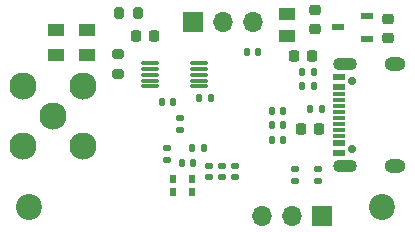
<source format=gbr>
%TF.GenerationSoftware,KiCad,Pcbnew,8.0.0*%
%TF.CreationDate,2024-03-05T20:17:21-06:00*%
%TF.ProjectId,rigel-a-hw,72696765-6c2d-4612-9d68-772e6b696361,rev?*%
%TF.SameCoordinates,Original*%
%TF.FileFunction,Soldermask,Bot*%
%TF.FilePolarity,Negative*%
%FSLAX46Y46*%
G04 Gerber Fmt 4.6, Leading zero omitted, Abs format (unit mm)*
G04 Created by KiCad (PCBNEW 8.0.0) date 2024-03-05 20:17:21*
%MOMM*%
%LPD*%
G01*
G04 APERTURE LIST*
G04 Aperture macros list*
%AMRoundRect*
0 Rectangle with rounded corners*
0 $1 Rounding radius*
0 $2 $3 $4 $5 $6 $7 $8 $9 X,Y pos of 4 corners*
0 Add a 4 corners polygon primitive as box body*
4,1,4,$2,$3,$4,$5,$6,$7,$8,$9,$2,$3,0*
0 Add four circle primitives for the rounded corners*
1,1,$1+$1,$2,$3*
1,1,$1+$1,$4,$5*
1,1,$1+$1,$6,$7*
1,1,$1+$1,$8,$9*
0 Add four rect primitives between the rounded corners*
20,1,$1+$1,$2,$3,$4,$5,0*
20,1,$1+$1,$4,$5,$6,$7,0*
20,1,$1+$1,$6,$7,$8,$9,0*
20,1,$1+$1,$8,$9,$2,$3,0*%
G04 Aperture macros list end*
%ADD10C,2.200000*%
%ADD11RoundRect,0.140000X0.140000X0.170000X-0.140000X0.170000X-0.140000X-0.170000X0.140000X-0.170000X0*%
%ADD12C,2.300000*%
%ADD13RoundRect,0.225000X0.250000X-0.225000X0.250000X0.225000X-0.250000X0.225000X-0.250000X-0.225000X0*%
%ADD14R,1.700000X1.700000*%
%ADD15O,1.700000X1.700000*%
%ADD16RoundRect,0.140000X-0.140000X-0.170000X0.140000X-0.170000X0.140000X0.170000X-0.140000X0.170000X0*%
%ADD17C,0.700025*%
%ADD18R,1.100000X0.550013*%
%ADD19R,1.100000X0.300000*%
%ADD20O,1.800000X1.200000*%
%ADD21O,2.000000X1.100000*%
%ADD22O,1.620015X0.280010*%
%ADD23RoundRect,0.135000X0.185000X-0.135000X0.185000X0.135000X-0.185000X0.135000X-0.185000X-0.135000X0*%
%ADD24RoundRect,0.225000X0.225000X0.250000X-0.225000X0.250000X-0.225000X-0.250000X0.225000X-0.250000X0*%
%ADD25R,0.600000X0.750013*%
%ADD26RoundRect,0.140000X-0.170000X0.140000X-0.170000X-0.140000X0.170000X-0.140000X0.170000X0.140000X0*%
%ADD27R,1.399543X1.000000*%
%ADD28R,1.377013X1.132537*%
%ADD29R,1.070003X0.600000*%
%ADD30RoundRect,0.200000X0.275000X-0.200000X0.275000X0.200000X-0.275000X0.200000X-0.275000X-0.200000X0*%
%ADD31RoundRect,0.200000X0.200000X0.275000X-0.200000X0.275000X-0.200000X-0.275000X0.200000X-0.275000X0*%
G04 APERTURE END LIST*
D10*
%TO.C,H2*%
X102500000Y-117500000D03*
%TD*%
%TO.C,H1*%
X132400000Y-117500000D03*
%TD*%
D11*
%TO.C,C12*%
X121880000Y-104400000D03*
X120920000Y-104400000D03*
%TD*%
D12*
%TO.C,U6*%
X102019990Y-107300000D03*
X102019990Y-112380010D03*
X107100000Y-112380010D03*
X107100000Y-107300000D03*
X104559995Y-109840005D03*
%TD*%
D13*
%TO.C,C15*%
X132900000Y-103175000D03*
X132900000Y-101625000D03*
%TD*%
D14*
%TO.C,J3*%
X116375000Y-101825000D03*
D15*
X118915000Y-101825000D03*
X121455000Y-101825000D03*
%TD*%
D16*
%TO.C,C17*%
X115420000Y-113800000D03*
X116380000Y-113800000D03*
%TD*%
D17*
%TO.C,U4*%
X129800000Y-106819964D03*
X129800000Y-112600000D03*
D18*
X128729896Y-106509830D03*
X128729896Y-107309931D03*
D19*
X128729896Y-107959919D03*
X128729896Y-108460046D03*
X128729896Y-108959919D03*
X128729896Y-109459791D03*
X128729896Y-109959919D03*
X128729896Y-110459791D03*
X128729896Y-110959919D03*
X128729896Y-111460046D03*
D18*
X128729896Y-112110033D03*
X128729896Y-112909880D03*
D20*
X133479960Y-105384861D03*
D21*
X129279807Y-105384861D03*
D20*
X133479960Y-114034849D03*
D21*
X129279807Y-114034849D03*
%TD*%
D16*
%TO.C,C3*%
X123040000Y-109400000D03*
X124000000Y-109400000D03*
%TD*%
D22*
%TO.C,U3*%
X112690018Y-107300000D03*
X112690018Y-106799873D03*
X112690018Y-106300000D03*
X112690018Y-105799873D03*
X112690018Y-105300000D03*
X116909982Y-105300000D03*
X116909982Y-105799873D03*
X116909982Y-106300000D03*
X116909982Y-106799873D03*
X116909982Y-107300000D03*
%TD*%
D23*
%TO.C,R1*%
X126990000Y-115320000D03*
X126990000Y-114300000D03*
%TD*%
D24*
%TO.C,C9*%
X113075000Y-103000000D03*
X111525000Y-103000000D03*
%TD*%
D23*
%TO.C,R2*%
X125000000Y-115320000D03*
X125000000Y-114300000D03*
%TD*%
D16*
%TO.C,C19*%
X125620000Y-107300000D03*
X126580000Y-107300000D03*
%TD*%
D25*
%TO.C,U5*%
X116324994Y-116265024D03*
X114675006Y-116265024D03*
X114675006Y-115134976D03*
X116324994Y-115134976D03*
%TD*%
D26*
%TO.C,C7*%
X118800000Y-114020000D03*
X118800000Y-114980000D03*
%TD*%
D27*
%TO.C,LED1*%
X104800000Y-104650292D03*
X104800000Y-102549708D03*
%TD*%
D16*
%TO.C,C18*%
X116320000Y-112500000D03*
X117280000Y-112500000D03*
%TD*%
D26*
%TO.C,C4*%
X117700000Y-114020000D03*
X117700000Y-114980000D03*
%TD*%
D11*
%TO.C,C10*%
X117880000Y-108300000D03*
X116920000Y-108300000D03*
%TD*%
%TO.C,C6*%
X123980000Y-111800000D03*
X123020000Y-111800000D03*
%TD*%
D16*
%TO.C,C11*%
X125620000Y-106100000D03*
X126580000Y-106100000D03*
%TD*%
D28*
%TO.C,L1*%
X124300000Y-101133782D03*
X124300000Y-103066218D03*
%TD*%
D16*
%TO.C,C8*%
X126320000Y-109200000D03*
X127280000Y-109200000D03*
%TD*%
D29*
%TO.C,U2*%
X131135077Y-101350038D03*
X131135077Y-103249962D03*
X128664923Y-102300000D03*
%TD*%
D13*
%TO.C,C14*%
X126700000Y-102400000D03*
X126700000Y-100850000D03*
%TD*%
D24*
%TO.C,C16*%
X126475000Y-104700000D03*
X124925000Y-104700000D03*
%TD*%
D23*
%TO.C,R3*%
X115300000Y-111010000D03*
X115300000Y-109990000D03*
%TD*%
D27*
%TO.C,LED2*%
X107400000Y-104650292D03*
X107400000Y-102549708D03*
%TD*%
D23*
%TO.C,R4*%
X114200000Y-113510000D03*
X114200000Y-112490000D03*
%TD*%
D24*
%TO.C,C1*%
X127075000Y-110900000D03*
X125525000Y-110900000D03*
%TD*%
D11*
%TO.C,C5*%
X123980000Y-110600000D03*
X123020000Y-110600000D03*
%TD*%
D30*
%TO.C,R5*%
X110000000Y-106225000D03*
X110000000Y-104575000D03*
%TD*%
D11*
%TO.C,C13*%
X114680000Y-108600000D03*
X113720000Y-108600000D03*
%TD*%
D14*
%TO.C,J1*%
X127280000Y-118300000D03*
D15*
X124740000Y-118300000D03*
X122200000Y-118300000D03*
%TD*%
D31*
%TO.C,R6*%
X111725000Y-101100000D03*
X110075000Y-101100000D03*
%TD*%
D26*
%TO.C,C2*%
X119900000Y-114000000D03*
X119900000Y-114960000D03*
%TD*%
M02*

</source>
